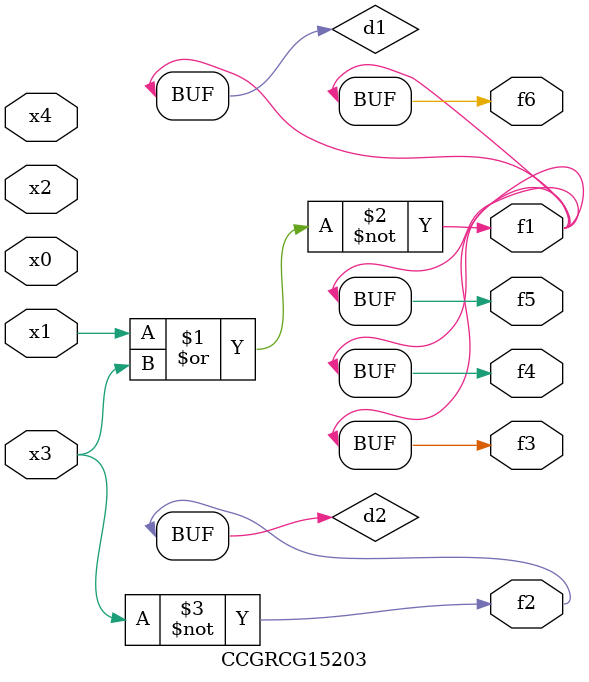
<source format=v>
module CCGRCG15203(
	input x0, x1, x2, x3, x4,
	output f1, f2, f3, f4, f5, f6
);

	wire d1, d2;

	nor (d1, x1, x3);
	not (d2, x3);
	assign f1 = d1;
	assign f2 = d2;
	assign f3 = d1;
	assign f4 = d1;
	assign f5 = d1;
	assign f6 = d1;
endmodule

</source>
